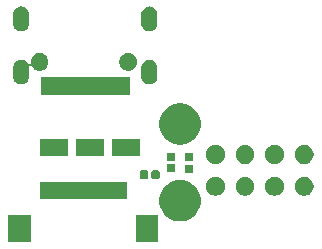
<source format=gts>
G04 #@! TF.GenerationSoftware,KiCad,Pcbnew,(5.0.1)-4*
G04 #@! TF.CreationDate,2019-03-10T19:19:02+01:00*
G04 #@! TF.ProjectId,wii_hdmi_pcb,7769695F68646D695F7063622E6B6963,rev?*
G04 #@! TF.SameCoordinates,Original*
G04 #@! TF.FileFunction,Soldermask,Top*
G04 #@! TF.FilePolarity,Negative*
%FSLAX46Y46*%
G04 Gerber Fmt 4.6, Leading zero omitted, Abs format (unit mm)*
G04 Created by KiCad (PCBNEW (5.0.1)-4) date 10.03.2019 19:19:02*
%MOMM*%
%LPD*%
G01*
G04 APERTURE LIST*
%ADD10C,0.100000*%
G04 APERTURE END LIST*
D10*
G36*
X141413000Y-72779000D02*
X139511000Y-72779000D01*
X139511000Y-70477000D01*
X141413000Y-70477000D01*
X141413000Y-72779000D01*
X141413000Y-72779000D01*
G37*
G36*
X130613000Y-72779000D02*
X128711000Y-72779000D01*
X128711000Y-70477000D01*
X130613000Y-70477000D01*
X130613000Y-72779000D01*
X130613000Y-72779000D01*
G37*
G36*
X143563774Y-67513916D02*
X143766748Y-67554290D01*
X144085409Y-67686284D01*
X144085410Y-67686285D01*
X144372200Y-67877912D01*
X144616088Y-68121800D01*
X144616090Y-68121803D01*
X144807716Y-68408591D01*
X144939710Y-68727252D01*
X145007000Y-69065542D01*
X145007000Y-69410458D01*
X144939710Y-69748748D01*
X144807716Y-70067409D01*
X144807715Y-70067410D01*
X144616088Y-70354200D01*
X144372200Y-70598088D01*
X144372197Y-70598090D01*
X144085409Y-70789716D01*
X143766748Y-70921710D01*
X143563774Y-70962084D01*
X143428460Y-70989000D01*
X143083540Y-70989000D01*
X142948226Y-70962084D01*
X142745252Y-70921710D01*
X142426591Y-70789716D01*
X142139803Y-70598090D01*
X142139800Y-70598088D01*
X141895912Y-70354200D01*
X141704285Y-70067410D01*
X141704284Y-70067409D01*
X141572290Y-69748748D01*
X141505000Y-69410458D01*
X141505000Y-69065542D01*
X141572290Y-68727252D01*
X141704284Y-68408591D01*
X141895910Y-68121803D01*
X141895912Y-68121800D01*
X142139800Y-67877912D01*
X142426590Y-67686285D01*
X142426591Y-67686284D01*
X142745252Y-67554290D01*
X142948226Y-67513916D01*
X143083540Y-67487000D01*
X143428460Y-67487000D01*
X143563774Y-67513916D01*
X143563774Y-67513916D01*
G37*
G36*
X138763000Y-69079000D02*
X131361000Y-69079000D01*
X131361000Y-67677000D01*
X138763000Y-67677000D01*
X138763000Y-69079000D01*
X138763000Y-69079000D01*
G37*
G36*
X153989643Y-67255781D02*
X154135415Y-67316162D01*
X154266611Y-67403824D01*
X154378176Y-67515389D01*
X154465838Y-67646585D01*
X154526219Y-67792357D01*
X154557000Y-67947107D01*
X154557000Y-68104893D01*
X154526219Y-68259643D01*
X154465838Y-68405415D01*
X154378176Y-68536611D01*
X154266611Y-68648176D01*
X154135415Y-68735838D01*
X153989643Y-68796219D01*
X153834893Y-68827000D01*
X153677107Y-68827000D01*
X153522357Y-68796219D01*
X153376585Y-68735838D01*
X153245389Y-68648176D01*
X153133824Y-68536611D01*
X153046162Y-68405415D01*
X152985781Y-68259643D01*
X152955000Y-68104893D01*
X152955000Y-67947107D01*
X152985781Y-67792357D01*
X153046162Y-67646585D01*
X153133824Y-67515389D01*
X153245389Y-67403824D01*
X153376585Y-67316162D01*
X153522357Y-67255781D01*
X153677107Y-67225000D01*
X153834893Y-67225000D01*
X153989643Y-67255781D01*
X153989643Y-67255781D01*
G37*
G36*
X151489643Y-67255781D02*
X151635415Y-67316162D01*
X151766611Y-67403824D01*
X151878176Y-67515389D01*
X151965838Y-67646585D01*
X152026219Y-67792357D01*
X152057000Y-67947107D01*
X152057000Y-68104893D01*
X152026219Y-68259643D01*
X151965838Y-68405415D01*
X151878176Y-68536611D01*
X151766611Y-68648176D01*
X151635415Y-68735838D01*
X151489643Y-68796219D01*
X151334893Y-68827000D01*
X151177107Y-68827000D01*
X151022357Y-68796219D01*
X150876585Y-68735838D01*
X150745389Y-68648176D01*
X150633824Y-68536611D01*
X150546162Y-68405415D01*
X150485781Y-68259643D01*
X150455000Y-68104893D01*
X150455000Y-67947107D01*
X150485781Y-67792357D01*
X150546162Y-67646585D01*
X150633824Y-67515389D01*
X150745389Y-67403824D01*
X150876585Y-67316162D01*
X151022357Y-67255781D01*
X151177107Y-67225000D01*
X151334893Y-67225000D01*
X151489643Y-67255781D01*
X151489643Y-67255781D01*
G37*
G36*
X148989643Y-67255781D02*
X149135415Y-67316162D01*
X149266611Y-67403824D01*
X149378176Y-67515389D01*
X149465838Y-67646585D01*
X149526219Y-67792357D01*
X149557000Y-67947107D01*
X149557000Y-68104893D01*
X149526219Y-68259643D01*
X149465838Y-68405415D01*
X149378176Y-68536611D01*
X149266611Y-68648176D01*
X149135415Y-68735838D01*
X148989643Y-68796219D01*
X148834893Y-68827000D01*
X148677107Y-68827000D01*
X148522357Y-68796219D01*
X148376585Y-68735838D01*
X148245389Y-68648176D01*
X148133824Y-68536611D01*
X148046162Y-68405415D01*
X147985781Y-68259643D01*
X147955000Y-68104893D01*
X147955000Y-67947107D01*
X147985781Y-67792357D01*
X148046162Y-67646585D01*
X148133824Y-67515389D01*
X148245389Y-67403824D01*
X148376585Y-67316162D01*
X148522357Y-67255781D01*
X148677107Y-67225000D01*
X148834893Y-67225000D01*
X148989643Y-67255781D01*
X148989643Y-67255781D01*
G37*
G36*
X146489643Y-67255781D02*
X146635415Y-67316162D01*
X146766611Y-67403824D01*
X146878176Y-67515389D01*
X146965838Y-67646585D01*
X147026219Y-67792357D01*
X147057000Y-67947107D01*
X147057000Y-68104893D01*
X147026219Y-68259643D01*
X146965838Y-68405415D01*
X146878176Y-68536611D01*
X146766611Y-68648176D01*
X146635415Y-68735838D01*
X146489643Y-68796219D01*
X146334893Y-68827000D01*
X146177107Y-68827000D01*
X146022357Y-68796219D01*
X145876585Y-68735838D01*
X145745389Y-68648176D01*
X145633824Y-68536611D01*
X145546162Y-68405415D01*
X145485781Y-68259643D01*
X145455000Y-68104893D01*
X145455000Y-67947107D01*
X145485781Y-67792357D01*
X145546162Y-67646585D01*
X145633824Y-67515389D01*
X145745389Y-67403824D01*
X145876585Y-67316162D01*
X146022357Y-67255781D01*
X146177107Y-67225000D01*
X146334893Y-67225000D01*
X146489643Y-67255781D01*
X146489643Y-67255781D01*
G37*
G36*
X140464938Y-66687716D02*
X140485556Y-66693970D01*
X140504556Y-66704126D01*
X140521208Y-66717792D01*
X140534874Y-66734444D01*
X140545030Y-66753444D01*
X140551284Y-66774062D01*
X140554000Y-66801640D01*
X140554000Y-67310360D01*
X140551284Y-67337938D01*
X140545030Y-67358556D01*
X140534874Y-67377556D01*
X140521208Y-67394208D01*
X140504556Y-67407874D01*
X140485556Y-67418030D01*
X140464938Y-67424284D01*
X140437360Y-67427000D01*
X139978640Y-67427000D01*
X139951062Y-67424284D01*
X139930444Y-67418030D01*
X139911444Y-67407874D01*
X139894792Y-67394208D01*
X139881126Y-67377556D01*
X139870970Y-67358556D01*
X139864716Y-67337938D01*
X139862000Y-67310360D01*
X139862000Y-66801640D01*
X139864716Y-66774062D01*
X139870970Y-66753444D01*
X139881126Y-66734444D01*
X139894792Y-66717792D01*
X139911444Y-66704126D01*
X139930444Y-66693970D01*
X139951062Y-66687716D01*
X139978640Y-66685000D01*
X140437360Y-66685000D01*
X140464938Y-66687716D01*
X140464938Y-66687716D01*
G37*
G36*
X141434938Y-66687716D02*
X141455556Y-66693970D01*
X141474556Y-66704126D01*
X141491208Y-66717792D01*
X141504874Y-66734444D01*
X141515030Y-66753444D01*
X141521284Y-66774062D01*
X141524000Y-66801640D01*
X141524000Y-67310360D01*
X141521284Y-67337938D01*
X141515030Y-67358556D01*
X141504874Y-67377556D01*
X141491208Y-67394208D01*
X141474556Y-67407874D01*
X141455556Y-67418030D01*
X141434938Y-67424284D01*
X141407360Y-67427000D01*
X140948640Y-67427000D01*
X140921062Y-67424284D01*
X140900444Y-67418030D01*
X140881444Y-67407874D01*
X140864792Y-67394208D01*
X140851126Y-67377556D01*
X140840970Y-67358556D01*
X140834716Y-67337938D01*
X140832000Y-67310360D01*
X140832000Y-66801640D01*
X140834716Y-66774062D01*
X140840970Y-66753444D01*
X140851126Y-66734444D01*
X140864792Y-66717792D01*
X140881444Y-66704126D01*
X140900444Y-66693970D01*
X140921062Y-66687716D01*
X140948640Y-66685000D01*
X141407360Y-66685000D01*
X141434938Y-66687716D01*
X141434938Y-66687716D01*
G37*
G36*
X144299938Y-66181716D02*
X144320556Y-66187970D01*
X144339556Y-66198126D01*
X144356208Y-66211792D01*
X144369874Y-66228444D01*
X144380030Y-66247444D01*
X144386284Y-66268062D01*
X144389000Y-66295640D01*
X144389000Y-66754360D01*
X144386284Y-66781938D01*
X144380030Y-66802556D01*
X144369874Y-66821556D01*
X144356208Y-66838208D01*
X144339556Y-66851874D01*
X144320556Y-66862030D01*
X144299938Y-66868284D01*
X144272360Y-66871000D01*
X143763640Y-66871000D01*
X143736062Y-66868284D01*
X143715444Y-66862030D01*
X143696444Y-66851874D01*
X143679792Y-66838208D01*
X143666126Y-66821556D01*
X143655970Y-66802556D01*
X143649716Y-66781938D01*
X143647000Y-66754360D01*
X143647000Y-66295640D01*
X143649716Y-66268062D01*
X143655970Y-66247444D01*
X143666126Y-66228444D01*
X143679792Y-66211792D01*
X143696444Y-66198126D01*
X143715444Y-66187970D01*
X143736062Y-66181716D01*
X143763640Y-66179000D01*
X144272360Y-66179000D01*
X144299938Y-66181716D01*
X144299938Y-66181716D01*
G37*
G36*
X142775938Y-66158716D02*
X142796556Y-66164970D01*
X142815556Y-66175126D01*
X142832208Y-66188792D01*
X142845874Y-66205444D01*
X142856030Y-66224444D01*
X142862284Y-66245062D01*
X142865000Y-66272640D01*
X142865000Y-66731360D01*
X142862284Y-66758938D01*
X142856030Y-66779556D01*
X142845874Y-66798556D01*
X142832208Y-66815208D01*
X142815556Y-66828874D01*
X142796556Y-66839030D01*
X142775938Y-66845284D01*
X142748360Y-66848000D01*
X142239640Y-66848000D01*
X142212062Y-66845284D01*
X142191444Y-66839030D01*
X142172444Y-66828874D01*
X142155792Y-66815208D01*
X142142126Y-66798556D01*
X142131970Y-66779556D01*
X142125716Y-66758938D01*
X142123000Y-66731360D01*
X142123000Y-66272640D01*
X142125716Y-66245062D01*
X142131970Y-66224444D01*
X142142126Y-66205444D01*
X142155792Y-66188792D01*
X142172444Y-66175126D01*
X142191444Y-66164970D01*
X142212062Y-66158716D01*
X142239640Y-66156000D01*
X142748360Y-66156000D01*
X142775938Y-66158716D01*
X142775938Y-66158716D01*
G37*
G36*
X148989643Y-64555781D02*
X149135415Y-64616162D01*
X149266611Y-64703824D01*
X149378176Y-64815389D01*
X149465838Y-64946585D01*
X149526219Y-65092357D01*
X149557000Y-65247107D01*
X149557000Y-65404893D01*
X149526219Y-65559643D01*
X149465838Y-65705415D01*
X149378176Y-65836611D01*
X149266611Y-65948176D01*
X149135415Y-66035838D01*
X148989643Y-66096219D01*
X148834893Y-66127000D01*
X148677107Y-66127000D01*
X148522357Y-66096219D01*
X148376585Y-66035838D01*
X148245389Y-65948176D01*
X148133824Y-65836611D01*
X148046162Y-65705415D01*
X147985781Y-65559643D01*
X147955000Y-65404893D01*
X147955000Y-65247107D01*
X147985781Y-65092357D01*
X148046162Y-64946585D01*
X148133824Y-64815389D01*
X148245389Y-64703824D01*
X148376585Y-64616162D01*
X148522357Y-64555781D01*
X148677107Y-64525000D01*
X148834893Y-64525000D01*
X148989643Y-64555781D01*
X148989643Y-64555781D01*
G37*
G36*
X151489643Y-64555781D02*
X151635415Y-64616162D01*
X151766611Y-64703824D01*
X151878176Y-64815389D01*
X151965838Y-64946585D01*
X152026219Y-65092357D01*
X152057000Y-65247107D01*
X152057000Y-65404893D01*
X152026219Y-65559643D01*
X151965838Y-65705415D01*
X151878176Y-65836611D01*
X151766611Y-65948176D01*
X151635415Y-66035838D01*
X151489643Y-66096219D01*
X151334893Y-66127000D01*
X151177107Y-66127000D01*
X151022357Y-66096219D01*
X150876585Y-66035838D01*
X150745389Y-65948176D01*
X150633824Y-65836611D01*
X150546162Y-65705415D01*
X150485781Y-65559643D01*
X150455000Y-65404893D01*
X150455000Y-65247107D01*
X150485781Y-65092357D01*
X150546162Y-64946585D01*
X150633824Y-64815389D01*
X150745389Y-64703824D01*
X150876585Y-64616162D01*
X151022357Y-64555781D01*
X151177107Y-64525000D01*
X151334893Y-64525000D01*
X151489643Y-64555781D01*
X151489643Y-64555781D01*
G37*
G36*
X153989643Y-64555781D02*
X154135415Y-64616162D01*
X154266611Y-64703824D01*
X154378176Y-64815389D01*
X154465838Y-64946585D01*
X154526219Y-65092357D01*
X154557000Y-65247107D01*
X154557000Y-65404893D01*
X154526219Y-65559643D01*
X154465838Y-65705415D01*
X154378176Y-65836611D01*
X154266611Y-65948176D01*
X154135415Y-66035838D01*
X153989643Y-66096219D01*
X153834893Y-66127000D01*
X153677107Y-66127000D01*
X153522357Y-66096219D01*
X153376585Y-66035838D01*
X153245389Y-65948176D01*
X153133824Y-65836611D01*
X153046162Y-65705415D01*
X152985781Y-65559643D01*
X152955000Y-65404893D01*
X152955000Y-65247107D01*
X152985781Y-65092357D01*
X153046162Y-64946585D01*
X153133824Y-64815389D01*
X153245389Y-64703824D01*
X153376585Y-64616162D01*
X153522357Y-64555781D01*
X153677107Y-64525000D01*
X153834893Y-64525000D01*
X153989643Y-64555781D01*
X153989643Y-64555781D01*
G37*
G36*
X146489643Y-64555781D02*
X146635415Y-64616162D01*
X146766611Y-64703824D01*
X146878176Y-64815389D01*
X146965838Y-64946585D01*
X147026219Y-65092357D01*
X147057000Y-65247107D01*
X147057000Y-65404893D01*
X147026219Y-65559643D01*
X146965838Y-65705415D01*
X146878176Y-65836611D01*
X146766611Y-65948176D01*
X146635415Y-66035838D01*
X146489643Y-66096219D01*
X146334893Y-66127000D01*
X146177107Y-66127000D01*
X146022357Y-66096219D01*
X145876585Y-66035838D01*
X145745389Y-65948176D01*
X145633824Y-65836611D01*
X145546162Y-65705415D01*
X145485781Y-65559643D01*
X145455000Y-65404893D01*
X145455000Y-65247107D01*
X145485781Y-65092357D01*
X145546162Y-64946585D01*
X145633824Y-64815389D01*
X145745389Y-64703824D01*
X145876585Y-64616162D01*
X146022357Y-64555781D01*
X146177107Y-64525000D01*
X146334893Y-64525000D01*
X146489643Y-64555781D01*
X146489643Y-64555781D01*
G37*
G36*
X144299938Y-65211716D02*
X144320556Y-65217970D01*
X144339556Y-65228126D01*
X144356208Y-65241792D01*
X144369874Y-65258444D01*
X144380030Y-65277444D01*
X144386284Y-65298062D01*
X144389000Y-65325640D01*
X144389000Y-65784360D01*
X144386284Y-65811938D01*
X144380030Y-65832556D01*
X144369874Y-65851556D01*
X144356208Y-65868208D01*
X144339556Y-65881874D01*
X144320556Y-65892030D01*
X144299938Y-65898284D01*
X144272360Y-65901000D01*
X143763640Y-65901000D01*
X143736062Y-65898284D01*
X143715444Y-65892030D01*
X143696444Y-65881874D01*
X143679792Y-65868208D01*
X143666126Y-65851556D01*
X143655970Y-65832556D01*
X143649716Y-65811938D01*
X143647000Y-65784360D01*
X143647000Y-65325640D01*
X143649716Y-65298062D01*
X143655970Y-65277444D01*
X143666126Y-65258444D01*
X143679792Y-65241792D01*
X143696444Y-65228126D01*
X143715444Y-65217970D01*
X143736062Y-65211716D01*
X143763640Y-65209000D01*
X144272360Y-65209000D01*
X144299938Y-65211716D01*
X144299938Y-65211716D01*
G37*
G36*
X142775938Y-65188716D02*
X142796556Y-65194970D01*
X142815556Y-65205126D01*
X142832208Y-65218792D01*
X142845874Y-65235444D01*
X142856030Y-65254444D01*
X142862284Y-65275062D01*
X142865000Y-65302640D01*
X142865000Y-65761360D01*
X142862284Y-65788938D01*
X142856030Y-65809556D01*
X142845874Y-65828556D01*
X142832208Y-65845208D01*
X142815556Y-65858874D01*
X142796556Y-65869030D01*
X142775938Y-65875284D01*
X142748360Y-65878000D01*
X142239640Y-65878000D01*
X142212062Y-65875284D01*
X142191444Y-65869030D01*
X142172444Y-65858874D01*
X142155792Y-65845208D01*
X142142126Y-65828556D01*
X142131970Y-65809556D01*
X142125716Y-65788938D01*
X142123000Y-65761360D01*
X142123000Y-65302640D01*
X142125716Y-65275062D01*
X142131970Y-65254444D01*
X142142126Y-65235444D01*
X142155792Y-65218792D01*
X142172444Y-65205126D01*
X142191444Y-65194970D01*
X142212062Y-65188716D01*
X142239640Y-65186000D01*
X142748360Y-65186000D01*
X142775938Y-65188716D01*
X142775938Y-65188716D01*
G37*
G36*
X139885000Y-65481000D02*
X137483000Y-65481000D01*
X137483000Y-64059000D01*
X139885000Y-64059000D01*
X139885000Y-65481000D01*
X139885000Y-65481000D01*
G37*
G36*
X133789000Y-65481000D02*
X131387000Y-65481000D01*
X131387000Y-64059000D01*
X133789000Y-64059000D01*
X133789000Y-65481000D01*
X133789000Y-65481000D01*
G37*
G36*
X136829000Y-65481000D02*
X134427000Y-65481000D01*
X134427000Y-64059000D01*
X136829000Y-64059000D01*
X136829000Y-65481000D01*
X136829000Y-65481000D01*
G37*
G36*
X143563774Y-61013916D02*
X143766748Y-61054290D01*
X144085409Y-61186284D01*
X144085410Y-61186285D01*
X144372200Y-61377912D01*
X144616088Y-61621800D01*
X144616090Y-61621803D01*
X144807716Y-61908591D01*
X144939710Y-62227252D01*
X145007000Y-62565542D01*
X145007000Y-62910458D01*
X144939710Y-63248748D01*
X144807716Y-63567409D01*
X144807715Y-63567410D01*
X144616088Y-63854200D01*
X144372200Y-64098088D01*
X144372197Y-64098090D01*
X144085409Y-64289716D01*
X143766748Y-64421710D01*
X143563774Y-64462084D01*
X143428460Y-64489000D01*
X143083540Y-64489000D01*
X142948226Y-64462084D01*
X142745252Y-64421710D01*
X142426591Y-64289716D01*
X142139803Y-64098090D01*
X142139800Y-64098088D01*
X141895912Y-63854200D01*
X141704285Y-63567410D01*
X141704284Y-63567409D01*
X141572290Y-63248748D01*
X141505000Y-62910458D01*
X141505000Y-62565542D01*
X141572290Y-62227252D01*
X141704284Y-61908591D01*
X141895910Y-61621803D01*
X141895912Y-61621800D01*
X142139800Y-61377912D01*
X142426590Y-61186285D01*
X142426591Y-61186284D01*
X142745252Y-61054290D01*
X142948226Y-61013916D01*
X143083540Y-60987000D01*
X143428460Y-60987000D01*
X143563774Y-61013916D01*
X143563774Y-61013916D01*
G37*
G36*
X138985000Y-60293000D02*
X131453000Y-60293000D01*
X131453000Y-58791000D01*
X138985000Y-58791000D01*
X138985000Y-60293000D01*
X138985000Y-60293000D01*
G37*
G36*
X140776516Y-57306781D02*
X140776519Y-57306782D01*
X140903945Y-57345436D01*
X140903947Y-57345437D01*
X141021381Y-57408207D01*
X141124317Y-57492683D01*
X141208793Y-57595619D01*
X141230913Y-57637003D01*
X141271564Y-57713055D01*
X141310218Y-57840481D01*
X141310219Y-57840485D01*
X141320000Y-57939795D01*
X141320000Y-58756205D01*
X141310219Y-58855515D01*
X141271563Y-58982947D01*
X141208793Y-59100381D01*
X141124317Y-59203316D01*
X141021380Y-59287793D01*
X140903946Y-59350563D01*
X140903944Y-59350564D01*
X140776518Y-59389218D01*
X140776517Y-59389218D01*
X140776514Y-59389219D01*
X140644000Y-59402270D01*
X140511484Y-59389219D01*
X140487762Y-59382023D01*
X140384055Y-59350564D01*
X140384053Y-59350563D01*
X140266619Y-59287793D01*
X140163684Y-59203317D01*
X140079207Y-59100380D01*
X140016437Y-58982946D01*
X139977783Y-58855519D01*
X139977782Y-58855518D01*
X139977782Y-58855517D01*
X139977781Y-58855514D01*
X139968000Y-58756204D01*
X139968000Y-57939795D01*
X139977781Y-57840480D01*
X140016435Y-57713057D01*
X140079208Y-57595619D01*
X140163684Y-57492683D01*
X140266620Y-57408207D01*
X140384054Y-57345437D01*
X140384056Y-57345436D01*
X140511482Y-57306782D01*
X140511483Y-57306782D01*
X140511486Y-57306781D01*
X140644000Y-57293730D01*
X140776516Y-57306781D01*
X140776516Y-57306781D01*
G37*
G36*
X131498004Y-56746544D02*
X131585059Y-56763860D01*
X131721732Y-56820472D01*
X131721733Y-56820473D01*
X131844738Y-56902662D01*
X131949338Y-57007262D01*
X131949340Y-57007265D01*
X132031528Y-57130268D01*
X132088140Y-57266941D01*
X132105456Y-57353996D01*
X132117000Y-57412031D01*
X132117000Y-57559969D01*
X132109909Y-57595617D01*
X132088140Y-57705059D01*
X132031528Y-57841732D01*
X132031527Y-57841733D01*
X131949338Y-57964738D01*
X131844738Y-58069338D01*
X131844735Y-58069340D01*
X131721732Y-58151528D01*
X131585059Y-58208140D01*
X131498004Y-58225456D01*
X131439969Y-58237000D01*
X131292031Y-58237000D01*
X131233996Y-58225456D01*
X131146941Y-58208140D01*
X131010268Y-58151528D01*
X130887265Y-58069340D01*
X130887262Y-58069338D01*
X130782662Y-57964738D01*
X130700473Y-57841733D01*
X130700472Y-57841732D01*
X130700471Y-57841730D01*
X130696072Y-57835146D01*
X130680527Y-57816204D01*
X130661585Y-57800659D01*
X130639974Y-57789107D01*
X130616525Y-57781994D01*
X130592138Y-57779592D01*
X130567752Y-57781994D01*
X130544303Y-57789107D01*
X130522692Y-57800658D01*
X130503750Y-57816203D01*
X130488205Y-57835145D01*
X130476653Y-57856756D01*
X130469540Y-57880205D01*
X130467740Y-57916842D01*
X130470000Y-57939792D01*
X130470000Y-58756205D01*
X130460219Y-58855515D01*
X130421563Y-58982947D01*
X130358793Y-59100381D01*
X130274317Y-59203316D01*
X130171380Y-59287793D01*
X130053946Y-59350563D01*
X130053944Y-59350564D01*
X129926518Y-59389218D01*
X129926517Y-59389218D01*
X129926514Y-59389219D01*
X129794000Y-59402270D01*
X129661484Y-59389219D01*
X129637762Y-59382023D01*
X129534055Y-59350564D01*
X129534053Y-59350563D01*
X129416619Y-59287793D01*
X129313684Y-59203317D01*
X129229207Y-59100380D01*
X129166437Y-58982946D01*
X129127783Y-58855519D01*
X129127782Y-58855518D01*
X129127782Y-58855517D01*
X129127781Y-58855514D01*
X129118000Y-58756204D01*
X129118000Y-57939795D01*
X129127781Y-57840480D01*
X129166435Y-57713057D01*
X129229208Y-57595619D01*
X129313684Y-57492683D01*
X129416620Y-57408207D01*
X129534054Y-57345437D01*
X129534056Y-57345436D01*
X129661482Y-57306782D01*
X129661483Y-57306782D01*
X129661486Y-57306781D01*
X129794000Y-57293730D01*
X129926516Y-57306781D01*
X129926519Y-57306782D01*
X130053945Y-57345436D01*
X130053947Y-57345437D01*
X130171381Y-57408207D01*
X130274317Y-57492683D01*
X130358792Y-57595617D01*
X130380912Y-57637002D01*
X130394526Y-57657376D01*
X130411853Y-57674704D01*
X130432228Y-57688318D01*
X130454867Y-57697695D01*
X130478900Y-57702476D01*
X130503404Y-57702476D01*
X130527438Y-57697696D01*
X130550077Y-57688319D01*
X130570451Y-57674705D01*
X130587779Y-57657378D01*
X130601393Y-57637003D01*
X130610770Y-57614364D01*
X130615551Y-57590331D01*
X130614665Y-57572279D01*
X130615000Y-57572279D01*
X130615000Y-57412031D01*
X130626544Y-57353996D01*
X130643860Y-57266941D01*
X130700472Y-57130268D01*
X130782660Y-57007265D01*
X130782662Y-57007262D01*
X130887262Y-56902662D01*
X131010267Y-56820473D01*
X131010268Y-56820472D01*
X131146941Y-56763860D01*
X131233996Y-56746544D01*
X131292031Y-56735000D01*
X131439969Y-56735000D01*
X131498004Y-56746544D01*
X131498004Y-56746544D01*
G37*
G36*
X138998004Y-56746544D02*
X139085059Y-56763860D01*
X139221732Y-56820472D01*
X139221733Y-56820473D01*
X139344738Y-56902662D01*
X139449338Y-57007262D01*
X139449340Y-57007265D01*
X139531528Y-57130268D01*
X139588140Y-57266941D01*
X139605456Y-57353996D01*
X139617000Y-57412031D01*
X139617000Y-57559969D01*
X139609909Y-57595617D01*
X139588140Y-57705059D01*
X139531528Y-57841732D01*
X139531527Y-57841733D01*
X139449338Y-57964738D01*
X139344738Y-58069338D01*
X139344735Y-58069340D01*
X139221732Y-58151528D01*
X139085059Y-58208140D01*
X138998004Y-58225456D01*
X138939969Y-58237000D01*
X138792031Y-58237000D01*
X138733996Y-58225456D01*
X138646941Y-58208140D01*
X138510268Y-58151528D01*
X138387265Y-58069340D01*
X138387262Y-58069338D01*
X138282662Y-57964738D01*
X138200473Y-57841733D01*
X138200472Y-57841732D01*
X138143860Y-57705059D01*
X138122091Y-57595617D01*
X138115000Y-57559969D01*
X138115000Y-57412031D01*
X138126544Y-57353996D01*
X138143860Y-57266941D01*
X138200472Y-57130268D01*
X138282660Y-57007265D01*
X138282662Y-57007262D01*
X138387262Y-56902662D01*
X138510267Y-56820473D01*
X138510268Y-56820472D01*
X138646941Y-56763860D01*
X138733996Y-56746544D01*
X138792031Y-56735000D01*
X138939969Y-56735000D01*
X138998004Y-56746544D01*
X138998004Y-56746544D01*
G37*
G36*
X129926516Y-52806781D02*
X129926519Y-52806782D01*
X130053945Y-52845436D01*
X130053947Y-52845437D01*
X130171381Y-52908207D01*
X130274317Y-52992683D01*
X130358792Y-53095618D01*
X130421564Y-53213055D01*
X130460218Y-53340481D01*
X130460219Y-53340485D01*
X130470000Y-53439795D01*
X130470000Y-54256205D01*
X130460219Y-54355515D01*
X130421563Y-54482947D01*
X130358793Y-54600381D01*
X130274317Y-54703316D01*
X130171380Y-54787793D01*
X130053946Y-54850563D01*
X130053944Y-54850564D01*
X129926518Y-54889218D01*
X129926517Y-54889218D01*
X129926514Y-54889219D01*
X129794000Y-54902270D01*
X129661484Y-54889219D01*
X129637762Y-54882023D01*
X129534055Y-54850564D01*
X129534053Y-54850563D01*
X129416619Y-54787793D01*
X129313684Y-54703317D01*
X129229207Y-54600380D01*
X129166437Y-54482946D01*
X129127783Y-54355519D01*
X129127782Y-54355518D01*
X129127782Y-54355517D01*
X129127781Y-54355514D01*
X129118000Y-54256204D01*
X129118000Y-53439795D01*
X129127781Y-53340480D01*
X129166435Y-53213057D01*
X129229208Y-53095619D01*
X129313684Y-52992683D01*
X129416620Y-52908207D01*
X129534054Y-52845437D01*
X129534056Y-52845436D01*
X129661482Y-52806782D01*
X129661483Y-52806782D01*
X129661486Y-52806781D01*
X129794000Y-52793730D01*
X129926516Y-52806781D01*
X129926516Y-52806781D01*
G37*
G36*
X140776516Y-52806781D02*
X140776519Y-52806782D01*
X140903945Y-52845436D01*
X140903947Y-52845437D01*
X141021381Y-52908207D01*
X141124317Y-52992683D01*
X141208792Y-53095618D01*
X141271564Y-53213055D01*
X141310218Y-53340481D01*
X141310219Y-53340485D01*
X141320000Y-53439795D01*
X141320000Y-54256205D01*
X141310219Y-54355515D01*
X141271563Y-54482947D01*
X141208793Y-54600381D01*
X141124317Y-54703316D01*
X141021380Y-54787793D01*
X140903946Y-54850563D01*
X140903944Y-54850564D01*
X140776518Y-54889218D01*
X140776517Y-54889218D01*
X140776514Y-54889219D01*
X140644000Y-54902270D01*
X140511484Y-54889219D01*
X140487762Y-54882023D01*
X140384055Y-54850564D01*
X140384053Y-54850563D01*
X140266619Y-54787793D01*
X140163684Y-54703317D01*
X140079207Y-54600380D01*
X140016437Y-54482946D01*
X139977783Y-54355519D01*
X139977782Y-54355518D01*
X139977782Y-54355517D01*
X139977781Y-54355514D01*
X139968000Y-54256204D01*
X139968000Y-53439795D01*
X139977781Y-53340480D01*
X140016435Y-53213057D01*
X140079208Y-53095619D01*
X140163684Y-52992683D01*
X140266620Y-52908207D01*
X140384054Y-52845437D01*
X140384056Y-52845436D01*
X140511482Y-52806782D01*
X140511483Y-52806782D01*
X140511486Y-52806781D01*
X140644000Y-52793730D01*
X140776516Y-52806781D01*
X140776516Y-52806781D01*
G37*
M02*

</source>
